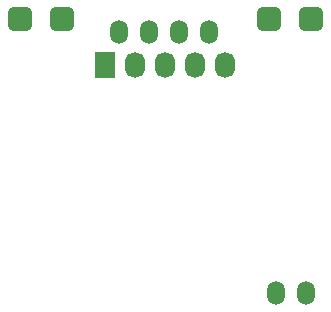
<source format=gbs>
G04 #@! TF.GenerationSoftware,KiCad,Pcbnew,8.0.6-8.0.6-0~ubuntu24.04.1*
G04 #@! TF.CreationDate,2024-10-30T09:26:46+01:00*
G04 #@! TF.ProjectId,clock_pcb,636c6f63-6b5f-4706-9362-2e6b69636164,rev?*
G04 #@! TF.SameCoordinates,Original*
G04 #@! TF.FileFunction,Soldermask,Bot*
G04 #@! TF.FilePolarity,Negative*
%FSLAX46Y46*%
G04 Gerber Fmt 4.6, Leading zero omitted, Abs format (unit mm)*
G04 Created by KiCad (PCBNEW 8.0.6-8.0.6-0~ubuntu24.04.1) date 2024-10-30 09:26:46*
%MOMM*%
%LPD*%
G01*
G04 APERTURE LIST*
G04 Aperture macros list*
%AMRoundRect*
0 Rectangle with rounded corners*
0 $1 Rounding radius*
0 $2 $3 $4 $5 $6 $7 $8 $9 X,Y pos of 4 corners*
0 Add a 4 corners polygon primitive as box body*
4,1,4,$2,$3,$4,$5,$6,$7,$8,$9,$2,$3,0*
0 Add four circle primitives for the rounded corners*
1,1,$1+$1,$2,$3*
1,1,$1+$1,$4,$5*
1,1,$1+$1,$6,$7*
1,1,$1+$1,$8,$9*
0 Add four rect primitives between the rounded corners*
20,1,$1+$1,$2,$3,$4,$5,0*
20,1,$1+$1,$4,$5,$6,$7,0*
20,1,$1+$1,$6,$7,$8,$9,0*
20,1,$1+$1,$8,$9,$2,$3,0*%
G04 Aperture macros list end*
%ADD10R,1.700000X2.200000*%
%ADD11O,1.700000X2.200000*%
%ADD12O,1.524000X2.000000*%
%ADD13RoundRect,0.384616X-0.615384X-0.615384X0.615384X-0.615384X0.615384X0.615384X-0.615384X0.615384X0*%
G04 APERTURE END LIST*
D10*
X108680000Y-105050000D03*
D11*
X111220000Y-105050000D03*
X113760000Y-105050000D03*
X116300000Y-105050000D03*
X118840000Y-105050000D03*
D12*
X123210000Y-124300000D03*
X125750000Y-124300000D03*
X117560000Y-102200000D03*
X115020000Y-102200000D03*
X112480000Y-102200000D03*
X109940000Y-102200000D03*
D13*
X101500000Y-101100000D03*
X105100000Y-101100000D03*
X122600000Y-101100000D03*
X126200000Y-101100000D03*
M02*

</source>
